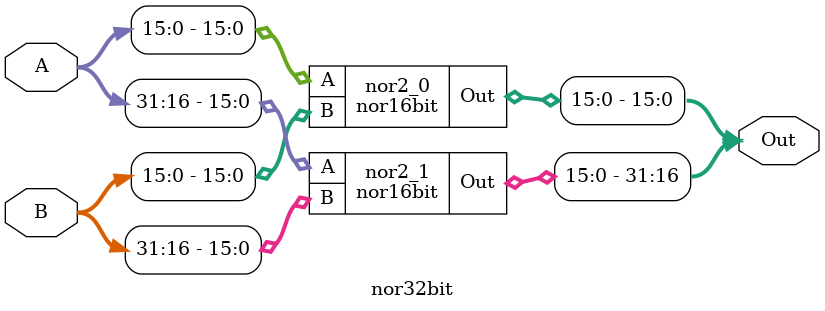
<source format=v>
module nor1bit(Out, A, B);
	output Out;
	input A, B;
	parameter delay = 50;

	nor #delay nor0(Out, A, B);

endmodule

module nor2bit(Out, A, B);
	output [1:0] Out;
	input [1:0] A, B;
	wire [1:0] z;
	parameter delay = 50;

	nor1bit nor0(Out[0], A[0], B[0]);
	nor1bit nor1(Out[1], A[1], B[1]);
	
endmodule


module nor4bit(Out, A, B);
	output [3:0] Out;
	input [3:0] A, B;
	parameter delay = 50;

	nor2bit nor2_0(Out[1:0], A[1:0], B[1:0]);	
	nor2bit nor2_1(Out[3:2], A[3:2], B[3:2]);
	
endmodule

module nor8bit(Out, A, B);
	output [7:0] Out;
	input [7:0] A, B;
	parameter delay = 50;

	nor4bit nor2_0(Out[3:0], A[3:0], B[3:0]);	
	nor4bit nor2_1(Out[7:4], A[7:4], B[7:4]);
	
endmodule

module nor16bit(Out, A, B);
	output [15:0] Out;
	input [15:0] A, B;
	parameter delay = 50;

	nor8bit nor2_0(Out[7:0], A[7:0], B[7:0]);	
	nor8bit nor2_1(Out[15:8], A[15:8], B[15:8]);
	
endmodule

module nor32bit(Out, A, B);
	output [31:0] Out;
	input [31:0] A, B;
	parameter delay = 50;

	nor16bit nor2_0(Out[15:0], A[15:0], B[15:0]);	
	nor16bit nor2_1(Out[31:16], A[31:16], B[31:16]);
	
endmodule

</source>
